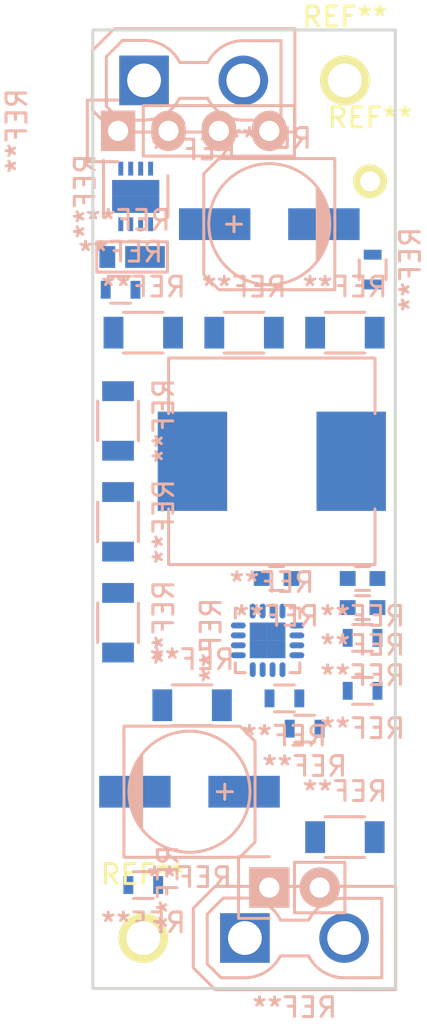
<source format=kicad_pcb>
(kicad_pcb (version 4) (host pcbnew 4.0.2-stable)

  (general
    (links 0)
    (no_connects 0)
    (area 101.524999 76.124999 116.915001 124.535001)
    (thickness 1.6)
    (drawings 204)
    (tracks 0)
    (zones 0)
    (modules 31)
    (nets 1)
  )

  (page A4)
  (layers
    (0 F.Cu signal)
    (31 B.Cu signal)
    (32 B.Adhes user)
    (33 F.Adhes user)
    (34 B.Paste user)
    (35 F.Paste user)
    (36 B.SilkS user)
    (37 F.SilkS user)
    (38 B.Mask user)
    (39 F.Mask user)
    (40 Dwgs.User user hide)
    (41 Cmts.User user)
    (42 Eco1.User user)
    (43 Eco2.User user)
    (44 Edge.Cuts user)
    (45 Margin user)
    (46 B.CrtYd user hide)
    (47 F.CrtYd user hide)
    (48 B.Fab user)
    (49 F.Fab user)
  )

  (setup
    (last_trace_width 0.25)
    (trace_clearance 0.2)
    (zone_clearance 0.508)
    (zone_45_only no)
    (trace_min 0.2)
    (segment_width 0.2)
    (edge_width 0.15)
    (via_size 0.6)
    (via_drill 0.4)
    (via_min_size 0.4)
    (via_min_drill 0.3)
    (uvia_size 0.3)
    (uvia_drill 0.1)
    (uvias_allowed no)
    (uvia_min_size 0.2)
    (uvia_min_drill 0.1)
    (pcb_text_width 0.3)
    (pcb_text_size 1.5 1.5)
    (mod_edge_width 0.15)
    (mod_text_size 1 1)
    (mod_text_width 0.15)
    (pad_size 1.7 1.7)
    (pad_drill 1)
    (pad_to_mask_clearance 0.2)
    (aux_axis_origin 101.6 76.2)
    (grid_origin 101.6 76.2)
    (visible_elements 7FFCFFFF)
    (pcbplotparams
      (layerselection 0x00030_80000001)
      (usegerberextensions false)
      (excludeedgelayer true)
      (linewidth 0.100000)
      (plotframeref false)
      (viasonmask false)
      (mode 1)
      (useauxorigin false)
      (hpglpennumber 1)
      (hpglpenspeed 20)
      (hpglpendiameter 15)
      (hpglpenoverlay 2)
      (psnegative false)
      (psa4output false)
      (plotreference true)
      (plotvalue true)
      (plotinvisibletext false)
      (padsonsilk false)
      (subtractmaskfromsilk false)
      (outputformat 1)
      (mirror false)
      (drillshape 1)
      (scaleselection 1)
      (outputdirectory ""))
  )

  (net 0 "")

  (net_class Default "This is the default net class."
    (clearance 0.2)
    (trace_width 0.25)
    (via_dia 0.6)
    (via_drill 0.4)
    (uvia_dia 0.3)
    (uvia_drill 0.1)
  )

  (module Resistors_SMD:R_0603 (layer B.Cu) (tedit 5415CC62) (tstamp 580F692F)
    (at 102.997 89.281 180)
    (descr "Resistor SMD 0603, reflow soldering, Vishay (see dcrcw.pdf)")
    (tags "resistor 0603")
    (attr smd)
    (fp_text reference REF** (at 0 1.9 180) (layer B.SilkS)
      (effects (font (size 1 1) (thickness 0.15)) (justify mirror))
    )
    (fp_text value R_0603 (at 0 -1.9 180) (layer B.Fab)
      (effects (font (size 1 1) (thickness 0.15)) (justify mirror))
    )
    (fp_line (start -1.3 0.8) (end 1.3 0.8) (layer B.CrtYd) (width 0.05))
    (fp_line (start -1.3 -0.8) (end 1.3 -0.8) (layer B.CrtYd) (width 0.05))
    (fp_line (start -1.3 0.8) (end -1.3 -0.8) (layer B.CrtYd) (width 0.05))
    (fp_line (start 1.3 0.8) (end 1.3 -0.8) (layer B.CrtYd) (width 0.05))
    (fp_line (start 0.5 -0.675) (end -0.5 -0.675) (layer B.SilkS) (width 0.15))
    (fp_line (start -0.5 0.675) (end 0.5 0.675) (layer B.SilkS) (width 0.15))
    (pad 1 smd rect (at -0.75 0 180) (size 0.5 0.9) (layers B.Cu B.Paste B.Mask))
    (pad 2 smd rect (at 0.75 0 180) (size 0.5 0.9) (layers B.Cu B.Paste B.Mask))
    (model Resistors_SMD.3dshapes/R_0603.wrl
      (at (xyz 0 0 0))
      (scale (xyz 1 1 1))
      (rotate (xyz 0 0 0))
    )
  )

  (module Resistors_SMD:R_0603 (layer B.Cu) (tedit 5415CC62) (tstamp 580F6918)
    (at 115.697 88.265 90)
    (descr "Resistor SMD 0603, reflow soldering, Vishay (see dcrcw.pdf)")
    (tags "resistor 0603")
    (attr smd)
    (fp_text reference REF** (at 0 1.9 90) (layer B.SilkS)
      (effects (font (size 1 1) (thickness 0.15)) (justify mirror))
    )
    (fp_text value R_0603 (at 0 -1.9 90) (layer B.Fab)
      (effects (font (size 1 1) (thickness 0.15)) (justify mirror))
    )
    (fp_line (start -1.3 0.8) (end 1.3 0.8) (layer B.CrtYd) (width 0.05))
    (fp_line (start -1.3 -0.8) (end 1.3 -0.8) (layer B.CrtYd) (width 0.05))
    (fp_line (start -1.3 0.8) (end -1.3 -0.8) (layer B.CrtYd) (width 0.05))
    (fp_line (start 1.3 0.8) (end 1.3 -0.8) (layer B.CrtYd) (width 0.05))
    (fp_line (start 0.5 -0.675) (end -0.5 -0.675) (layer B.SilkS) (width 0.15))
    (fp_line (start -0.5 0.675) (end 0.5 0.675) (layer B.SilkS) (width 0.15))
    (pad 1 smd rect (at -0.75 0 90) (size 0.5 0.9) (layers B.Cu B.Paste B.Mask))
    (pad 2 smd rect (at 0.75 0 90) (size 0.5 0.9) (layers B.Cu B.Paste B.Mask))
    (model Resistors_SMD.3dshapes/R_0603.wrl
      (at (xyz 0 0 0))
      (scale (xyz 1 1 1))
      (rotate (xyz 0 0 0))
    )
  )

  (module Resistors_SMD:R_0603 (layer B.Cu) (tedit 5415CC62) (tstamp 580F68F6)
    (at 104.14 119.253)
    (descr "Resistor SMD 0603, reflow soldering, Vishay (see dcrcw.pdf)")
    (tags "resistor 0603")
    (attr smd)
    (fp_text reference REF** (at 0 1.9) (layer B.SilkS)
      (effects (font (size 1 1) (thickness 0.15)) (justify mirror))
    )
    (fp_text value R_0603 (at 0 -1.9) (layer B.Fab)
      (effects (font (size 1 1) (thickness 0.15)) (justify mirror))
    )
    (fp_line (start -1.3 0.8) (end 1.3 0.8) (layer B.CrtYd) (width 0.05))
    (fp_line (start -1.3 -0.8) (end 1.3 -0.8) (layer B.CrtYd) (width 0.05))
    (fp_line (start -1.3 0.8) (end -1.3 -0.8) (layer B.CrtYd) (width 0.05))
    (fp_line (start 1.3 0.8) (end 1.3 -0.8) (layer B.CrtYd) (width 0.05))
    (fp_line (start 0.5 -0.675) (end -0.5 -0.675) (layer B.SilkS) (width 0.15))
    (fp_line (start -0.5 0.675) (end 0.5 0.675) (layer B.SilkS) (width 0.15))
    (pad 1 smd rect (at -0.75 0) (size 0.5 0.9) (layers B.Cu B.Paste B.Mask))
    (pad 2 smd rect (at 0.75 0) (size 0.5 0.9) (layers B.Cu B.Paste B.Mask))
    (model Resistors_SMD.3dshapes/R_0603.wrl
      (at (xyz 0 0 0))
      (scale (xyz 1 1 1))
      (rotate (xyz 0 0 0))
    )
  )

  (module Capacitors_SMD:C_1206 (layer B.Cu) (tedit 5415D7BD) (tstamp 580F68C7)
    (at 114.3 116.84 180)
    (descr "Capacitor SMD 1206, reflow soldering, AVX (see smccp.pdf)")
    (tags "capacitor 1206")
    (attr smd)
    (fp_text reference REF** (at 0 2.3 180) (layer B.SilkS)
      (effects (font (size 1 1) (thickness 0.15)) (justify mirror))
    )
    (fp_text value C_0805 (at 0 -2.3 180) (layer B.Fab)
      (effects (font (size 1 1) (thickness 0.15)) (justify mirror))
    )
    (fp_line (start -1.6 -0.8) (end -1.6 0.8) (layer B.Fab) (width 0.15))
    (fp_line (start 1.6 -0.8) (end -1.6 -0.8) (layer B.Fab) (width 0.15))
    (fp_line (start 1.6 0.8) (end 1.6 -0.8) (layer B.Fab) (width 0.15))
    (fp_line (start -1.6 0.8) (end 1.6 0.8) (layer B.Fab) (width 0.15))
    (fp_line (start -2.3 1.15) (end 2.3 1.15) (layer B.CrtYd) (width 0.05))
    (fp_line (start -2.3 -1.15) (end 2.3 -1.15) (layer B.CrtYd) (width 0.05))
    (fp_line (start -2.3 1.15) (end -2.3 -1.15) (layer B.CrtYd) (width 0.05))
    (fp_line (start 2.3 1.15) (end 2.3 -1.15) (layer B.CrtYd) (width 0.05))
    (fp_line (start 1 1.025) (end -1 1.025) (layer B.SilkS) (width 0.15))
    (fp_line (start -1 -1.025) (end 1 -1.025) (layer B.SilkS) (width 0.15))
    (pad 1 smd rect (at -1.5 0 180) (size 1 1.6) (layers B.Cu B.Paste B.Mask))
    (pad 2 smd rect (at 1.5 0 180) (size 1 1.6) (layers B.Cu B.Paste B.Mask))
    (model Capacitors_SMD.3dshapes/C_1206.wrl
      (at (xyz 0 0 0))
      (scale (xyz 1 1 1))
      (rotate (xyz 0 0 0))
    )
  )

  (module Resistors_SMD:R_0603 (layer B.Cu) (tedit 5415CC62) (tstamp 580F6884)
    (at 112.268 111.379)
    (descr "Resistor SMD 0603, reflow soldering, Vishay (see dcrcw.pdf)")
    (tags "resistor 0603")
    (attr smd)
    (fp_text reference REF** (at 0 1.9) (layer B.SilkS)
      (effects (font (size 1 1) (thickness 0.15)) (justify mirror))
    )
    (fp_text value R_0603 (at 0 -1.9) (layer B.Fab)
      (effects (font (size 1 1) (thickness 0.15)) (justify mirror))
    )
    (fp_line (start -1.3 0.8) (end 1.3 0.8) (layer B.CrtYd) (width 0.05))
    (fp_line (start -1.3 -0.8) (end 1.3 -0.8) (layer B.CrtYd) (width 0.05))
    (fp_line (start -1.3 0.8) (end -1.3 -0.8) (layer B.CrtYd) (width 0.05))
    (fp_line (start 1.3 0.8) (end 1.3 -0.8) (layer B.CrtYd) (width 0.05))
    (fp_line (start 0.5 -0.675) (end -0.5 -0.675) (layer B.SilkS) (width 0.15))
    (fp_line (start -0.5 0.675) (end 0.5 0.675) (layer B.SilkS) (width 0.15))
    (pad 1 smd rect (at -0.75 0) (size 0.5 0.9) (layers B.Cu B.Paste B.Mask))
    (pad 2 smd rect (at 0.75 0) (size 0.5 0.9) (layers B.Cu B.Paste B.Mask))
    (model Resistors_SMD.3dshapes/R_0603.wrl
      (at (xyz 0 0 0))
      (scale (xyz 1 1 1))
      (rotate (xyz 0 0 0))
    )
  )

  (module Resistors_SMD:R_0603 (layer B.Cu) (tedit 5415CC62) (tstamp 580F6862)
    (at 111.252 109.855)
    (descr "Resistor SMD 0603, reflow soldering, Vishay (see dcrcw.pdf)")
    (tags "resistor 0603")
    (attr smd)
    (fp_text reference REF** (at 0 1.9) (layer B.SilkS)
      (effects (font (size 1 1) (thickness 0.15)) (justify mirror))
    )
    (fp_text value R_0603 (at 0 -1.9) (layer B.Fab)
      (effects (font (size 1 1) (thickness 0.15)) (justify mirror))
    )
    (fp_line (start -1.3 0.8) (end 1.3 0.8) (layer B.CrtYd) (width 0.05))
    (fp_line (start -1.3 -0.8) (end 1.3 -0.8) (layer B.CrtYd) (width 0.05))
    (fp_line (start -1.3 0.8) (end -1.3 -0.8) (layer B.CrtYd) (width 0.05))
    (fp_line (start 1.3 0.8) (end 1.3 -0.8) (layer B.CrtYd) (width 0.05))
    (fp_line (start 0.5 -0.675) (end -0.5 -0.675) (layer B.SilkS) (width 0.15))
    (fp_line (start -0.5 0.675) (end 0.5 0.675) (layer B.SilkS) (width 0.15))
    (pad 1 smd rect (at -0.75 0) (size 0.5 0.9) (layers B.Cu B.Paste B.Mask))
    (pad 2 smd rect (at 0.75 0) (size 0.5 0.9) (layers B.Cu B.Paste B.Mask))
    (model Resistors_SMD.3dshapes/R_0603.wrl
      (at (xyz 0 0 0))
      (scale (xyz 1 1 1))
      (rotate (xyz 0 0 0))
    )
  )

  (module Resistors_SMD:R_0603 (layer B.Cu) (tedit 5415CC62) (tstamp 580F6856)
    (at 115.189 109.474)
    (descr "Resistor SMD 0603, reflow soldering, Vishay (see dcrcw.pdf)")
    (tags "resistor 0603")
    (attr smd)
    (fp_text reference REF** (at 0 1.9) (layer B.SilkS)
      (effects (font (size 1 1) (thickness 0.15)) (justify mirror))
    )
    (fp_text value R_0603 (at 0 -1.9) (layer B.Fab)
      (effects (font (size 1 1) (thickness 0.15)) (justify mirror))
    )
    (fp_line (start -1.3 0.8) (end 1.3 0.8) (layer B.CrtYd) (width 0.05))
    (fp_line (start -1.3 -0.8) (end 1.3 -0.8) (layer B.CrtYd) (width 0.05))
    (fp_line (start -1.3 0.8) (end -1.3 -0.8) (layer B.CrtYd) (width 0.05))
    (fp_line (start 1.3 0.8) (end 1.3 -0.8) (layer B.CrtYd) (width 0.05))
    (fp_line (start 0.5 -0.675) (end -0.5 -0.675) (layer B.SilkS) (width 0.15))
    (fp_line (start -0.5 0.675) (end 0.5 0.675) (layer B.SilkS) (width 0.15))
    (pad 1 smd rect (at -0.75 0) (size 0.5 0.9) (layers B.Cu B.Paste B.Mask))
    (pad 2 smd rect (at 0.75 0) (size 0.5 0.9) (layers B.Cu B.Paste B.Mask))
    (model Resistors_SMD.3dshapes/R_0603.wrl
      (at (xyz 0 0 0))
      (scale (xyz 1 1 1))
      (rotate (xyz 0 0 0))
    )
  )

  (module Capacitors_SMD:C_0603 (layer B.Cu) (tedit 5415D631) (tstamp 580F5FB0)
    (at 115.189 105.283)
    (descr "Capacitor SMD 0603, reflow soldering, AVX (see smccp.pdf)")
    (tags "capacitor 0603")
    (attr smd)
    (fp_text reference REF** (at 0 1.9) (layer B.SilkS)
      (effects (font (size 1 1) (thickness 0.15)) (justify mirror))
    )
    (fp_text value C_0603 (at 0 -1.9) (layer B.Fab)
      (effects (font (size 1 1) (thickness 0.15)) (justify mirror))
    )
    (fp_line (start -0.8 -0.4) (end -0.8 0.4) (layer B.Fab) (width 0.15))
    (fp_line (start 0.8 -0.4) (end -0.8 -0.4) (layer B.Fab) (width 0.15))
    (fp_line (start 0.8 0.4) (end 0.8 -0.4) (layer B.Fab) (width 0.15))
    (fp_line (start -0.8 0.4) (end 0.8 0.4) (layer B.Fab) (width 0.15))
    (fp_line (start -1.45 0.75) (end 1.45 0.75) (layer B.CrtYd) (width 0.05))
    (fp_line (start -1.45 -0.75) (end 1.45 -0.75) (layer B.CrtYd) (width 0.05))
    (fp_line (start -1.45 0.75) (end -1.45 -0.75) (layer B.CrtYd) (width 0.05))
    (fp_line (start 1.45 0.75) (end 1.45 -0.75) (layer B.CrtYd) (width 0.05))
    (fp_line (start -0.35 0.6) (end 0.35 0.6) (layer B.SilkS) (width 0.15))
    (fp_line (start 0.35 -0.6) (end -0.35 -0.6) (layer B.SilkS) (width 0.15))
    (pad 1 smd rect (at -0.75 0) (size 0.8 0.75) (layers B.Cu B.Paste B.Mask))
    (pad 2 smd rect (at 0.75 0) (size 0.8 0.75) (layers B.Cu B.Paste B.Mask))
    (model Capacitors_SMD.3dshapes/C_0603.wrl
      (at (xyz 0 0 0))
      (scale (xyz 1 1 1))
      (rotate (xyz 0 0 0))
    )
  )

  (module Capacitors_SMD:C_0603 (layer B.Cu) (tedit 5415D631) (tstamp 580F5F92)
    (at 115.189 103.819)
    (descr "Capacitor SMD 0603, reflow soldering, AVX (see smccp.pdf)")
    (tags "capacitor 0603")
    (attr smd)
    (fp_text reference REF** (at 0 1.9) (layer B.SilkS)
      (effects (font (size 1 1) (thickness 0.15)) (justify mirror))
    )
    (fp_text value C_0603 (at 0 -1.9) (layer B.Fab)
      (effects (font (size 1 1) (thickness 0.15)) (justify mirror))
    )
    (fp_line (start -0.8 -0.4) (end -0.8 0.4) (layer B.Fab) (width 0.15))
    (fp_line (start 0.8 -0.4) (end -0.8 -0.4) (layer B.Fab) (width 0.15))
    (fp_line (start 0.8 0.4) (end 0.8 -0.4) (layer B.Fab) (width 0.15))
    (fp_line (start -0.8 0.4) (end 0.8 0.4) (layer B.Fab) (width 0.15))
    (fp_line (start -1.45 0.75) (end 1.45 0.75) (layer B.CrtYd) (width 0.05))
    (fp_line (start -1.45 -0.75) (end 1.45 -0.75) (layer B.CrtYd) (width 0.05))
    (fp_line (start -1.45 0.75) (end -1.45 -0.75) (layer B.CrtYd) (width 0.05))
    (fp_line (start 1.45 0.75) (end 1.45 -0.75) (layer B.CrtYd) (width 0.05))
    (fp_line (start -0.35 0.6) (end 0.35 0.6) (layer B.SilkS) (width 0.15))
    (fp_line (start 0.35 -0.6) (end -0.35 -0.6) (layer B.SilkS) (width 0.15))
    (pad 1 smd rect (at -0.75 0) (size 0.8 0.75) (layers B.Cu B.Paste B.Mask))
    (pad 2 smd rect (at 0.75 0) (size 0.8 0.75) (layers B.Cu B.Paste B.Mask))
    (model Capacitors_SMD.3dshapes/C_0603.wrl
      (at (xyz 0 0 0))
      (scale (xyz 1 1 1))
      (rotate (xyz 0 0 0))
    )
  )

  (module Capacitors_SMD:C_1206 (layer B.Cu) (tedit 5415D7BD) (tstamp 580F5078)
    (at 106.6 110.2 180)
    (descr "Capacitor SMD 1206, reflow soldering, AVX (see smccp.pdf)")
    (tags "capacitor 1206")
    (attr smd)
    (fp_text reference REF** (at 0 2.3 180) (layer B.SilkS)
      (effects (font (size 1 1) (thickness 0.15)) (justify mirror))
    )
    (fp_text value C_0805 (at 0 -2.3 180) (layer B.Fab)
      (effects (font (size 1 1) (thickness 0.15)) (justify mirror))
    )
    (fp_line (start -1.6 -0.8) (end -1.6 0.8) (layer B.Fab) (width 0.15))
    (fp_line (start 1.6 -0.8) (end -1.6 -0.8) (layer B.Fab) (width 0.15))
    (fp_line (start 1.6 0.8) (end 1.6 -0.8) (layer B.Fab) (width 0.15))
    (fp_line (start -1.6 0.8) (end 1.6 0.8) (layer B.Fab) (width 0.15))
    (fp_line (start -2.3 1.15) (end 2.3 1.15) (layer B.CrtYd) (width 0.05))
    (fp_line (start -2.3 -1.15) (end 2.3 -1.15) (layer B.CrtYd) (width 0.05))
    (fp_line (start -2.3 1.15) (end -2.3 -1.15) (layer B.CrtYd) (width 0.05))
    (fp_line (start 2.3 1.15) (end 2.3 -1.15) (layer B.CrtYd) (width 0.05))
    (fp_line (start 1 1.025) (end -1 1.025) (layer B.SilkS) (width 0.15))
    (fp_line (start -1 -1.025) (end 1 -1.025) (layer B.SilkS) (width 0.15))
    (pad 1 smd rect (at -1.5 0 180) (size 1 1.6) (layers B.Cu B.Paste B.Mask))
    (pad 2 smd rect (at 1.5 0 180) (size 1 1.6) (layers B.Cu B.Paste B.Mask))
    (model Capacitors_SMD.3dshapes/C_1206.wrl
      (at (xyz 0 0 0))
      (scale (xyz 1 1 1))
      (rotate (xyz 0 0 0))
    )
  )

  (module Capacitors_SMD:C_1206 (layer B.Cu) (tedit 5415D7BD) (tstamp 580F3A26)
    (at 114.3 91.44 180)
    (descr "Capacitor SMD 1206, reflow soldering, AVX (see smccp.pdf)")
    (tags "capacitor 1206")
    (attr smd)
    (fp_text reference REF** (at 0 2.3 180) (layer B.SilkS)
      (effects (font (size 1 1) (thickness 0.15)) (justify mirror))
    )
    (fp_text value C_1206 (at 0 -2.3 180) (layer B.Fab)
      (effects (font (size 1 1) (thickness 0.15)) (justify mirror))
    )
    (fp_line (start -1.6 -0.8) (end -1.6 0.8) (layer B.Fab) (width 0.15))
    (fp_line (start 1.6 -0.8) (end -1.6 -0.8) (layer B.Fab) (width 0.15))
    (fp_line (start 1.6 0.8) (end 1.6 -0.8) (layer B.Fab) (width 0.15))
    (fp_line (start -1.6 0.8) (end 1.6 0.8) (layer B.Fab) (width 0.15))
    (fp_line (start -2.3 1.15) (end 2.3 1.15) (layer B.CrtYd) (width 0.05))
    (fp_line (start -2.3 -1.15) (end 2.3 -1.15) (layer B.CrtYd) (width 0.05))
    (fp_line (start -2.3 1.15) (end -2.3 -1.15) (layer B.CrtYd) (width 0.05))
    (fp_line (start 2.3 1.15) (end 2.3 -1.15) (layer B.CrtYd) (width 0.05))
    (fp_line (start 1 1.025) (end -1 1.025) (layer B.SilkS) (width 0.15))
    (fp_line (start -1 -1.025) (end 1 -1.025) (layer B.SilkS) (width 0.15))
    (pad 1 smd rect (at -1.5 0 180) (size 1 1.6) (layers B.Cu B.Paste B.Mask))
    (pad 2 smd rect (at 1.5 0 180) (size 1 1.6) (layers B.Cu B.Paste B.Mask))
    (model Capacitors_SMD.3dshapes/C_1206.wrl
      (at (xyz 0 0 0))
      (scale (xyz 1 1 1))
      (rotate (xyz 0 0 0))
    )
  )

  (module Capacitors_SMD:C_1206 (layer B.Cu) (tedit 5415D7BD) (tstamp 580F3A17)
    (at 109.22 91.44 180)
    (descr "Capacitor SMD 1206, reflow soldering, AVX (see smccp.pdf)")
    (tags "capacitor 1206")
    (attr smd)
    (fp_text reference REF** (at 0 2.3 180) (layer B.SilkS)
      (effects (font (size 1 1) (thickness 0.15)) (justify mirror))
    )
    (fp_text value C_1206 (at 0 -2.3 180) (layer B.Fab)
      (effects (font (size 1 1) (thickness 0.15)) (justify mirror))
    )
    (fp_line (start -1.6 -0.8) (end -1.6 0.8) (layer B.Fab) (width 0.15))
    (fp_line (start 1.6 -0.8) (end -1.6 -0.8) (layer B.Fab) (width 0.15))
    (fp_line (start 1.6 0.8) (end 1.6 -0.8) (layer B.Fab) (width 0.15))
    (fp_line (start -1.6 0.8) (end 1.6 0.8) (layer B.Fab) (width 0.15))
    (fp_line (start -2.3 1.15) (end 2.3 1.15) (layer B.CrtYd) (width 0.05))
    (fp_line (start -2.3 -1.15) (end 2.3 -1.15) (layer B.CrtYd) (width 0.05))
    (fp_line (start -2.3 1.15) (end -2.3 -1.15) (layer B.CrtYd) (width 0.05))
    (fp_line (start 2.3 1.15) (end 2.3 -1.15) (layer B.CrtYd) (width 0.05))
    (fp_line (start 1 1.025) (end -1 1.025) (layer B.SilkS) (width 0.15))
    (fp_line (start -1 -1.025) (end 1 -1.025) (layer B.SilkS) (width 0.15))
    (pad 1 smd rect (at -1.5 0 180) (size 1 1.6) (layers B.Cu B.Paste B.Mask))
    (pad 2 smd rect (at 1.5 0 180) (size 1 1.6) (layers B.Cu B.Paste B.Mask))
    (model Capacitors_SMD.3dshapes/C_1206.wrl
      (at (xyz 0 0 0))
      (scale (xyz 1 1 1))
      (rotate (xyz 0 0 0))
    )
  )

  (module Mounting_Holes:MountingHole_2.2mm_M2_Pad (layer F.Cu) (tedit 580DEB32) (tstamp 580EE8F6)
    (at 115.57 83.82)
    (descr "Mounting Hole 2.2mm, M2")
    (tags "mounting hole 2.2mm m2")
    (fp_text reference REF** (at 0 -3.2) (layer F.SilkS)
      (effects (font (size 1 1) (thickness 0.15)))
    )
    (fp_text value Pad (at 0 3.2) (layer F.Fab)
      (effects (font (size 1 1) (thickness 0.15)))
    )
    (pad 1 thru_hole circle (at 0 0) (size 1.7 1.7) (drill 1) (layers *.Cu *.Mask F.SilkS))
  )

  (module Mounting_Holes:MountingHole_2.2mm_M2_Pad (layer F.Cu) (tedit 580DEB06) (tstamp 580EE8E3)
    (at 104.14 121.92)
    (descr "Mounting Hole 2.2mm, M2")
    (tags "mounting hole 2.2mm m2")
    (fp_text reference REF** (at 0 -3.2) (layer F.SilkS)
      (effects (font (size 1 1) (thickness 0.15)))
    )
    (fp_text value MountingHole_1.7mm_M1.5_Pad (at 0 3.2) (layer F.Fab)
      (effects (font (size 1 1) (thickness 0.15)))
    )
    (pad 1 thru_hole circle (at 0 0) (size 2.5 2.5) (drill 1.7) (layers *.Cu *.Mask F.SilkS))
  )

  (module Mounting_Holes:MountingHole_2.2mm_M2_Pad (layer F.Cu) (tedit 580DEAF6) (tstamp 580EE5D4)
    (at 114.3 78.74)
    (descr "Mounting Hole 2.2mm, M2")
    (tags "mounting hole 2.2mm m2")
    (fp_text reference REF** (at 0 -3.2) (layer F.SilkS)
      (effects (font (size 1 1) (thickness 0.15)))
    )
    (fp_text value MountingHole_1.7mm_M1.5_Pad (at 0 3.2) (layer F.Fab)
      (effects (font (size 1 1) (thickness 0.15)))
    )
    (pad 1 thru_hole circle (at 0 0) (size 2.5 2.5) (drill 1.7) (layers *.Cu *.Mask F.SilkS))
  )

  (module Capacitors_SMD:c_elec_6.3x7.7 (layer B.Cu) (tedit 556FDD06) (tstamp 580EF299)
    (at 110.49 85.979 180)
    (descr "SMT capacitor, aluminium electrolytic, 6.3x7.7")
    (attr smd)
    (fp_text reference REF** (at 0 4.318 180) (layer B.SilkS)
      (effects (font (size 1 1) (thickness 0.15)) (justify mirror))
    )
    (fp_text value c_elec_6.3x5.8 (at 0 -4.318 180) (layer B.Fab)
      (effects (font (size 1 1) (thickness 0.15)) (justify mirror))
    )
    (fp_line (start -4.85 3.55) (end 4.85 3.55) (layer B.CrtYd) (width 0.05))
    (fp_line (start 4.85 3.55) (end 4.85 -3.55) (layer B.CrtYd) (width 0.05))
    (fp_line (start 4.85 -3.55) (end -4.85 -3.55) (layer B.CrtYd) (width 0.05))
    (fp_line (start -4.85 -3.55) (end -4.85 3.55) (layer B.CrtYd) (width 0.05))
    (fp_line (start -2.921 0.762) (end -2.921 -0.762) (layer B.SilkS) (width 0.15))
    (fp_line (start -2.794 -1.143) (end -2.794 1.143) (layer B.SilkS) (width 0.15))
    (fp_line (start -2.667 1.397) (end -2.667 -1.397) (layer B.SilkS) (width 0.15))
    (fp_line (start -2.54 -1.651) (end -2.54 1.651) (layer B.SilkS) (width 0.15))
    (fp_line (start -2.413 1.778) (end -2.413 -1.778) (layer B.SilkS) (width 0.15))
    (fp_line (start -3.302 3.302) (end -3.302 -3.302) (layer B.SilkS) (width 0.15))
    (fp_line (start -3.302 -3.302) (end 2.54 -3.302) (layer B.SilkS) (width 0.15))
    (fp_line (start 2.54 -3.302) (end 3.302 -2.54) (layer B.SilkS) (width 0.15))
    (fp_line (start 3.302 -2.54) (end 3.302 2.54) (layer B.SilkS) (width 0.15))
    (fp_line (start 3.302 2.54) (end 2.54 3.302) (layer B.SilkS) (width 0.15))
    (fp_line (start 2.54 3.302) (end -3.302 3.302) (layer B.SilkS) (width 0.15))
    (fp_line (start 2.159 0) (end 1.397 0) (layer B.SilkS) (width 0.15))
    (fp_line (start 1.778 0.381) (end 1.778 -0.381) (layer B.SilkS) (width 0.15))
    (fp_circle (center 0 0) (end -3.048 0) (layer B.SilkS) (width 0.15))
    (pad 1 smd rect (at 2.75082 0 180) (size 3.59918 1.6002) (layers B.Cu B.Paste B.Mask))
    (pad 2 smd rect (at -2.75082 0 180) (size 3.59918 1.6002) (layers B.Cu B.Paste B.Mask))
    (model Capacitors_SMD.3dshapes/c_elec_6.3x7.7.wrl
      (at (xyz 0 0 0))
      (scale (xyz 1 1 1))
      (rotate (xyz 0 0 0))
    )
  )

  (module Capacitors_SMD:c_elec_6.3x7.7 (layer B.Cu) (tedit 556FDD06) (tstamp 580EF345)
    (at 106.46918 114.554)
    (descr "SMT capacitor, aluminium electrolytic, 6.3x7.7")
    (attr smd)
    (fp_text reference REF** (at 0 4.318) (layer B.SilkS)
      (effects (font (size 1 1) (thickness 0.15)) (justify mirror))
    )
    (fp_text value c_elec_6.3x5.8 (at 0 -4.318) (layer B.Fab)
      (effects (font (size 1 1) (thickness 0.15)) (justify mirror))
    )
    (fp_line (start -4.85 3.55) (end 4.85 3.55) (layer B.CrtYd) (width 0.05))
    (fp_line (start 4.85 3.55) (end 4.85 -3.55) (layer B.CrtYd) (width 0.05))
    (fp_line (start 4.85 -3.55) (end -4.85 -3.55) (layer B.CrtYd) (width 0.05))
    (fp_line (start -4.85 -3.55) (end -4.85 3.55) (layer B.CrtYd) (width 0.05))
    (fp_line (start -2.921 0.762) (end -2.921 -0.762) (layer B.SilkS) (width 0.15))
    (fp_line (start -2.794 -1.143) (end -2.794 1.143) (layer B.SilkS) (width 0.15))
    (fp_line (start -2.667 1.397) (end -2.667 -1.397) (layer B.SilkS) (width 0.15))
    (fp_line (start -2.54 -1.651) (end -2.54 1.651) (layer B.SilkS) (width 0.15))
    (fp_line (start -2.413 1.778) (end -2.413 -1.778) (layer B.SilkS) (width 0.15))
    (fp_line (start -3.302 3.302) (end -3.302 -3.302) (layer B.SilkS) (width 0.15))
    (fp_line (start -3.302 -3.302) (end 2.54 -3.302) (layer B.SilkS) (width 0.15))
    (fp_line (start 2.54 -3.302) (end 3.302 -2.54) (layer B.SilkS) (width 0.15))
    (fp_line (start 3.302 -2.54) (end 3.302 2.54) (layer B.SilkS) (width 0.15))
    (fp_line (start 3.302 2.54) (end 2.54 3.302) (layer B.SilkS) (width 0.15))
    (fp_line (start 2.54 3.302) (end -3.302 3.302) (layer B.SilkS) (width 0.15))
    (fp_line (start 2.159 0) (end 1.397 0) (layer B.SilkS) (width 0.15))
    (fp_line (start 1.778 0.381) (end 1.778 -0.381) (layer B.SilkS) (width 0.15))
    (fp_circle (center 0 0) (end -3.048 0) (layer B.SilkS) (width 0.15))
    (pad 1 smd rect (at 2.75082 0) (size 3.59918 1.6002) (layers B.Cu B.Paste B.Mask))
    (pad 2 smd rect (at -2.75082 0) (size 3.59918 1.6002) (layers B.Cu B.Paste B.Mask))
    (model Capacitors_SMD.3dshapes/c_elec_6.3x7.7.wrl
      (at (xyz 0 0 0))
      (scale (xyz 1 1 1))
      (rotate (xyz 0 0 0))
    )
  )

  (module Housings_DFN_QFN:QFN-16-1EP_3x3mm_Pitch0.5mm (layer B.Cu) (tedit 54130A77) (tstamp 580F11A0)
    (at 110.404 106.934 270)
    (descr "16-Lead Plastic Quad Flat, No Lead Package (NG) - 3x3x0.9 mm Body [QFN]; (see Microchip Packaging Specification 00000049BS.pdf)")
    (tags "QFN 0.5")
    (attr smd)
    (fp_text reference REF** (at 0 2.85 270) (layer B.SilkS)
      (effects (font (size 1 1) (thickness 0.15)) (justify mirror))
    )
    (fp_text value QFN-16-1EP_4x4mm_Pitch0.65mm (at 0 -2.85 270) (layer B.Fab)
      (effects (font (size 1 1) (thickness 0.15)) (justify mirror))
    )
    (fp_line (start -0.5 1.5) (end 1.5 1.5) (layer B.Fab) (width 0.15))
    (fp_line (start 1.5 1.5) (end 1.5 -1.5) (layer B.Fab) (width 0.15))
    (fp_line (start 1.5 -1.5) (end -1.5 -1.5) (layer B.Fab) (width 0.15))
    (fp_line (start -1.5 -1.5) (end -1.5 0.5) (layer B.Fab) (width 0.15))
    (fp_line (start -1.5 0.5) (end -0.5 1.5) (layer B.Fab) (width 0.15))
    (fp_line (start -2.1 2.1) (end -2.1 -2.1) (layer B.CrtYd) (width 0.05))
    (fp_line (start 2.1 2.1) (end 2.1 -2.1) (layer B.CrtYd) (width 0.05))
    (fp_line (start -2.1 2.1) (end 2.1 2.1) (layer B.CrtYd) (width 0.05))
    (fp_line (start -2.1 -2.1) (end 2.1 -2.1) (layer B.CrtYd) (width 0.05))
    (fp_line (start 1.625 1.625) (end 1.625 1.125) (layer B.SilkS) (width 0.15))
    (fp_line (start -1.625 -1.625) (end -1.625 -1.125) (layer B.SilkS) (width 0.15))
    (fp_line (start 1.625 -1.625) (end 1.625 -1.125) (layer B.SilkS) (width 0.15))
    (fp_line (start -1.625 1.625) (end -1.125 1.625) (layer B.SilkS) (width 0.15))
    (fp_line (start -1.625 -1.625) (end -1.125 -1.625) (layer B.SilkS) (width 0.15))
    (fp_line (start 1.625 -1.625) (end 1.125 -1.625) (layer B.SilkS) (width 0.15))
    (fp_line (start 1.625 1.625) (end 1.125 1.625) (layer B.SilkS) (width 0.15))
    (pad 1 smd oval (at -1.475 0.75 270) (size 0.75 0.3) (layers B.Cu B.Paste B.Mask))
    (pad 2 smd oval (at -1.475 0.25 270) (size 0.75 0.3) (layers B.Cu B.Paste B.Mask))
    (pad 3 smd oval (at -1.475 -0.25 270) (size 0.75 0.3) (layers B.Cu B.Paste B.Mask))
    (pad 4 smd oval (at -1.475 -0.75 270) (size 0.75 0.3) (layers B.Cu B.Paste B.Mask))
    (pad 5 smd oval (at -0.75 -1.475 180) (size 0.75 0.3) (layers B.Cu B.Paste B.Mask))
    (pad 6 smd oval (at -0.25 -1.475 180) (size 0.75 0.3) (layers B.Cu B.Paste B.Mask))
    (pad 7 smd oval (at 0.25 -1.475 180) (size 0.75 0.3) (layers B.Cu B.Paste B.Mask))
    (pad 8 smd oval (at 0.75 -1.475 180) (size 0.75 0.3) (layers B.Cu B.Paste B.Mask))
    (pad 9 smd oval (at 1.475 -0.75 270) (size 0.75 0.3) (layers B.Cu B.Paste B.Mask))
    (pad 10 smd oval (at 1.475 -0.25 270) (size 0.75 0.3) (layers B.Cu B.Paste B.Mask))
    (pad 11 smd oval (at 1.475 0.25 270) (size 0.75 0.3) (layers B.Cu B.Paste B.Mask))
    (pad 12 smd oval (at 1.475 0.75 270) (size 0.75 0.3) (layers B.Cu B.Paste B.Mask))
    (pad 13 smd oval (at 0.75 1.475 180) (size 0.75 0.3) (layers B.Cu B.Paste B.Mask))
    (pad 14 smd oval (at 0.25 1.475 180) (size 0.75 0.3) (layers B.Cu B.Paste B.Mask))
    (pad 15 smd oval (at -0.25 1.475 180) (size 0.75 0.3) (layers B.Cu B.Paste B.Mask))
    (pad 16 smd oval (at -0.75 1.475 180) (size 0.75 0.3) (layers B.Cu B.Paste B.Mask))
    (pad 17 smd rect (at 0.45 -0.45 270) (size 0.9 0.9) (layers B.Cu B.Paste B.Mask)
      (solder_paste_margin_ratio -0.2))
    (pad 17 smd rect (at 0.45 0.45 270) (size 0.9 0.9) (layers B.Cu B.Paste B.Mask)
      (solder_paste_margin_ratio -0.2))
    (pad 17 smd rect (at -0.45 -0.45 270) (size 0.9 0.9) (layers B.Cu B.Paste B.Mask)
      (solder_paste_margin_ratio -0.2))
    (pad 17 smd rect (at -0.45 0.45 270) (size 0.9 0.9) (layers B.Cu B.Paste B.Mask)
      (solder_paste_margin_ratio -0.2))
    (model Housings_DFN_QFN.3dshapes/QFN-16-1EP_3x3mm_Pitch0.5mm.wrl
      (at (xyz 0 0 0))
      (scale (xyz 1 1 1))
      (rotate (xyz 0 0 0))
    )
  )

  (module Capacitors_SMD:C_0603 (layer B.Cu) (tedit 5415D631) (tstamp 580F321C)
    (at 110.859 103.819)
    (descr "Capacitor SMD 0603, reflow soldering, AVX (see smccp.pdf)")
    (tags "capacitor 0603")
    (attr smd)
    (fp_text reference REF** (at 0 1.9) (layer B.SilkS)
      (effects (font (size 1 1) (thickness 0.15)) (justify mirror))
    )
    (fp_text value C_0603 (at 0 -1.9) (layer B.Fab)
      (effects (font (size 1 1) (thickness 0.15)) (justify mirror))
    )
    (fp_line (start -0.8 -0.4) (end -0.8 0.4) (layer B.Fab) (width 0.15))
    (fp_line (start 0.8 -0.4) (end -0.8 -0.4) (layer B.Fab) (width 0.15))
    (fp_line (start 0.8 0.4) (end 0.8 -0.4) (layer B.Fab) (width 0.15))
    (fp_line (start -0.8 0.4) (end 0.8 0.4) (layer B.Fab) (width 0.15))
    (fp_line (start -1.45 0.75) (end 1.45 0.75) (layer B.CrtYd) (width 0.05))
    (fp_line (start -1.45 -0.75) (end 1.45 -0.75) (layer B.CrtYd) (width 0.05))
    (fp_line (start -1.45 0.75) (end -1.45 -0.75) (layer B.CrtYd) (width 0.05))
    (fp_line (start 1.45 0.75) (end 1.45 -0.75) (layer B.CrtYd) (width 0.05))
    (fp_line (start -0.35 0.6) (end 0.35 0.6) (layer B.SilkS) (width 0.15))
    (fp_line (start 0.35 -0.6) (end -0.35 -0.6) (layer B.SilkS) (width 0.15))
    (pad 1 smd rect (at -0.75 0) (size 0.8 0.75) (layers B.Cu B.Paste B.Mask))
    (pad 2 smd rect (at 0.75 0) (size 0.8 0.75) (layers B.Cu B.Paste B.Mask))
    (model Capacitors_SMD.3dshapes/C_0603.wrl
      (at (xyz 0 0 0))
      (scale (xyz 1 1 1))
      (rotate (xyz 0 0 0))
    )
  )

  (module Capacitors_SMD:C_1206 (layer B.Cu) (tedit 5415D7BD) (tstamp 580F39F2)
    (at 104.14 91.44 180)
    (descr "Capacitor SMD 1206, reflow soldering, AVX (see smccp.pdf)")
    (tags "capacitor 1206")
    (attr smd)
    (fp_text reference REF** (at 0 2.3 180) (layer B.SilkS)
      (effects (font (size 1 1) (thickness 0.15)) (justify mirror))
    )
    (fp_text value C_1206 (at 0 -2.3 180) (layer B.Fab)
      (effects (font (size 1 1) (thickness 0.15)) (justify mirror))
    )
    (fp_line (start -1.6 -0.8) (end -1.6 0.8) (layer B.Fab) (width 0.15))
    (fp_line (start 1.6 -0.8) (end -1.6 -0.8) (layer B.Fab) (width 0.15))
    (fp_line (start 1.6 0.8) (end 1.6 -0.8) (layer B.Fab) (width 0.15))
    (fp_line (start -1.6 0.8) (end 1.6 0.8) (layer B.Fab) (width 0.15))
    (fp_line (start -2.3 1.15) (end 2.3 1.15) (layer B.CrtYd) (width 0.05))
    (fp_line (start -2.3 -1.15) (end 2.3 -1.15) (layer B.CrtYd) (width 0.05))
    (fp_line (start -2.3 1.15) (end -2.3 -1.15) (layer B.CrtYd) (width 0.05))
    (fp_line (start 2.3 1.15) (end 2.3 -1.15) (layer B.CrtYd) (width 0.05))
    (fp_line (start 1 1.025) (end -1 1.025) (layer B.SilkS) (width 0.15))
    (fp_line (start -1 -1.025) (end 1 -1.025) (layer B.SilkS) (width 0.15))
    (pad 1 smd rect (at -1.5 0 180) (size 1 1.6) (layers B.Cu B.Paste B.Mask))
    (pad 2 smd rect (at 1.5 0 180) (size 1 1.6) (layers B.Cu B.Paste B.Mask))
    (model Capacitors_SMD.3dshapes/C_1206.wrl
      (at (xyz 0 0 0))
      (scale (xyz 1 1 1))
      (rotate (xyz 0 0 0))
    )
  )

  (module Capacitors_SMD:C_1206 (layer B.Cu) (tedit 5415D7BD) (tstamp 580F3605)
    (at 102.87 95.885 90)
    (descr "Capacitor SMD 1206, reflow soldering, AVX (see smccp.pdf)")
    (tags "capacitor 1206")
    (attr smd)
    (fp_text reference REF** (at 0 2.3 90) (layer B.SilkS)
      (effects (font (size 1 1) (thickness 0.15)) (justify mirror))
    )
    (fp_text value C_0805 (at 0 -2.3 90) (layer B.Fab)
      (effects (font (size 1 1) (thickness 0.15)) (justify mirror))
    )
    (fp_line (start -1.6 -0.8) (end -1.6 0.8) (layer B.Fab) (width 0.15))
    (fp_line (start 1.6 -0.8) (end -1.6 -0.8) (layer B.Fab) (width 0.15))
    (fp_line (start 1.6 0.8) (end 1.6 -0.8) (layer B.Fab) (width 0.15))
    (fp_line (start -1.6 0.8) (end 1.6 0.8) (layer B.Fab) (width 0.15))
    (fp_line (start -2.3 1.15) (end 2.3 1.15) (layer B.CrtYd) (width 0.05))
    (fp_line (start -2.3 -1.15) (end 2.3 -1.15) (layer B.CrtYd) (width 0.05))
    (fp_line (start -2.3 1.15) (end -2.3 -1.15) (layer B.CrtYd) (width 0.05))
    (fp_line (start 2.3 1.15) (end 2.3 -1.15) (layer B.CrtYd) (width 0.05))
    (fp_line (start 1 1.025) (end -1 1.025) (layer B.SilkS) (width 0.15))
    (fp_line (start -1 -1.025) (end 1 -1.025) (layer B.SilkS) (width 0.15))
    (pad 1 smd rect (at -1.5 0 90) (size 1 1.6) (layers B.Cu B.Paste B.Mask))
    (pad 2 smd rect (at 1.5 0 90) (size 1 1.6) (layers B.Cu B.Paste B.Mask))
    (model Capacitors_SMD.3dshapes/C_1206.wrl
      (at (xyz 0 0 0))
      (scale (xyz 1 1 1))
      (rotate (xyz 0 0 0))
    )
  )

  (module Capacitors_SMD:C_1206 (layer B.Cu) (tedit 5415D7BD) (tstamp 580F35F6)
    (at 102.87 100.965 90)
    (descr "Capacitor SMD 1206, reflow soldering, AVX (see smccp.pdf)")
    (tags "capacitor 1206")
    (attr smd)
    (fp_text reference REF** (at 0 2.3 90) (layer B.SilkS)
      (effects (font (size 1 1) (thickness 0.15)) (justify mirror))
    )
    (fp_text value C_0805 (at 0 -2.3 90) (layer B.Fab)
      (effects (font (size 1 1) (thickness 0.15)) (justify mirror))
    )
    (fp_line (start -1.6 -0.8) (end -1.6 0.8) (layer B.Fab) (width 0.15))
    (fp_line (start 1.6 -0.8) (end -1.6 -0.8) (layer B.Fab) (width 0.15))
    (fp_line (start 1.6 0.8) (end 1.6 -0.8) (layer B.Fab) (width 0.15))
    (fp_line (start -1.6 0.8) (end 1.6 0.8) (layer B.Fab) (width 0.15))
    (fp_line (start -2.3 1.15) (end 2.3 1.15) (layer B.CrtYd) (width 0.05))
    (fp_line (start -2.3 -1.15) (end 2.3 -1.15) (layer B.CrtYd) (width 0.05))
    (fp_line (start -2.3 1.15) (end -2.3 -1.15) (layer B.CrtYd) (width 0.05))
    (fp_line (start 2.3 1.15) (end 2.3 -1.15) (layer B.CrtYd) (width 0.05))
    (fp_line (start 1 1.025) (end -1 1.025) (layer B.SilkS) (width 0.15))
    (fp_line (start -1 -1.025) (end 1 -1.025) (layer B.SilkS) (width 0.15))
    (pad 1 smd rect (at -1.5 0 90) (size 1 1.6) (layers B.Cu B.Paste B.Mask))
    (pad 2 smd rect (at 1.5 0 90) (size 1 1.6) (layers B.Cu B.Paste B.Mask))
    (model Capacitors_SMD.3dshapes/C_1206.wrl
      (at (xyz 0 0 0))
      (scale (xyz 1 1 1))
      (rotate (xyz 0 0 0))
    )
  )

  (module Capacitors_SMD:C_1206 (layer B.Cu) (tedit 5415D7BD) (tstamp 580F35B8)
    (at 102.87 106.045 90)
    (descr "Capacitor SMD 1206, reflow soldering, AVX (see smccp.pdf)")
    (tags "capacitor 1206")
    (attr smd)
    (fp_text reference REF** (at 0 2.3 90) (layer B.SilkS)
      (effects (font (size 1 1) (thickness 0.15)) (justify mirror))
    )
    (fp_text value C_0805 (at 0 -2.3 90) (layer B.Fab)
      (effects (font (size 1 1) (thickness 0.15)) (justify mirror))
    )
    (fp_line (start -1.6 -0.8) (end -1.6 0.8) (layer B.Fab) (width 0.15))
    (fp_line (start 1.6 -0.8) (end -1.6 -0.8) (layer B.Fab) (width 0.15))
    (fp_line (start 1.6 0.8) (end 1.6 -0.8) (layer B.Fab) (width 0.15))
    (fp_line (start -1.6 0.8) (end 1.6 0.8) (layer B.Fab) (width 0.15))
    (fp_line (start -2.3 1.15) (end 2.3 1.15) (layer B.CrtYd) (width 0.05))
    (fp_line (start -2.3 -1.15) (end 2.3 -1.15) (layer B.CrtYd) (width 0.05))
    (fp_line (start -2.3 1.15) (end -2.3 -1.15) (layer B.CrtYd) (width 0.05))
    (fp_line (start 2.3 1.15) (end 2.3 -1.15) (layer B.CrtYd) (width 0.05))
    (fp_line (start 1 1.025) (end -1 1.025) (layer B.SilkS) (width 0.15))
    (fp_line (start -1 -1.025) (end 1 -1.025) (layer B.SilkS) (width 0.15))
    (pad 1 smd rect (at -1.5 0 90) (size 1 1.6) (layers B.Cu B.Paste B.Mask))
    (pad 2 smd rect (at 1.5 0 90) (size 1 1.6) (layers B.Cu B.Paste B.Mask))
    (model Capacitors_SMD.3dshapes/C_1206.wrl
      (at (xyz 0 0 0))
      (scale (xyz 1 1 1))
      (rotate (xyz 0 0 0))
    )
  )

  (module Resistors_SMD:R_0603 (layer B.Cu) (tedit 5415CC62) (tstamp 580F6847)
    (at 115.189 106.807)
    (descr "Resistor SMD 0603, reflow soldering, Vishay (see dcrcw.pdf)")
    (tags "resistor 0603")
    (attr smd)
    (fp_text reference REF** (at 0 1.9) (layer B.SilkS)
      (effects (font (size 1 1) (thickness 0.15)) (justify mirror))
    )
    (fp_text value R_0603 (at 0 -1.9) (layer B.Fab)
      (effects (font (size 1 1) (thickness 0.15)) (justify mirror))
    )
    (fp_line (start -1.3 0.8) (end 1.3 0.8) (layer B.CrtYd) (width 0.05))
    (fp_line (start -1.3 -0.8) (end 1.3 -0.8) (layer B.CrtYd) (width 0.05))
    (fp_line (start -1.3 0.8) (end -1.3 -0.8) (layer B.CrtYd) (width 0.05))
    (fp_line (start 1.3 0.8) (end 1.3 -0.8) (layer B.CrtYd) (width 0.05))
    (fp_line (start 0.5 -0.675) (end -0.5 -0.675) (layer B.SilkS) (width 0.15))
    (fp_line (start -0.5 0.675) (end 0.5 0.675) (layer B.SilkS) (width 0.15))
    (pad 1 smd rect (at -0.75 0) (size 0.5 0.9) (layers B.Cu B.Paste B.Mask))
    (pad 2 smd rect (at 0.75 0) (size 0.5 0.9) (layers B.Cu B.Paste B.Mask))
    (model Resistors_SMD.3dshapes/R_0603.wrl
      (at (xyz 0 0 0))
      (scale (xyz 1 1 1))
      (rotate (xyz 0 0 0))
    )
  )

  (module Diodes_SMD:TUMD2 (layer B.Cu) (tedit 552FF7F5) (tstamp 580F6B3A)
    (at 103.378 87.63 180)
    (descr "ROHM - TUMD2")
    (tags TUMD2)
    (attr smd)
    (fp_text reference REF** (at 0 1.85 180) (layer B.SilkS)
      (effects (font (size 1 1) (thickness 0.15)) (justify mirror))
    )
    (fp_text value TUMD2 (at 0 -2.1 180) (layer B.Fab)
      (effects (font (size 1 1) (thickness 0.15)) (justify mirror))
    )
    (fp_line (start -2.2 1) (end 1.85 1) (layer B.CrtYd) (width 0.05))
    (fp_line (start 1.85 1) (end 1.85 -1) (layer B.CrtYd) (width 0.05))
    (fp_line (start 1.85 -1) (end -2.2 -1) (layer B.CrtYd) (width 0.05))
    (fp_line (start -2.2 -1) (end -2.2 1) (layer B.CrtYd) (width 0.05))
    (fp_line (start 1.578 -0.762) (end -1.978 -0.762) (layer B.SilkS) (width 0.15))
    (fp_line (start -1.978 -0.762) (end -1.978 0.762) (layer B.SilkS) (width 0.15))
    (fp_line (start -1.978 0.762) (end 1.578 0.762) (layer B.SilkS) (width 0.15))
    (fp_line (start 1.578 0.762) (end 1.578 -0.762) (layer B.SilkS) (width 0.15))
    (pad 2 smd rect (at 1.05 0) (size 0.8 1.1) (layers B.Cu B.Paste B.Mask))
    (pad 1 smd rect (at -0.85 0) (size 2 1.1) (layers B.Cu B.Paste B.Mask))
    (model Diodes_SMD.3dshapes/TUMD2.wrl
      (at (xyz 0 0 0))
      (scale (xyz 4 4 4))
      (rotate (xyz 0 0 180))
    )
  )

  (module Housings_DFN_QFN:DFN-8-1EP_3x3mm_Pitch0.5mm (layer B.Cu) (tedit 54130A77) (tstamp 580F8988)
    (at 103.759 84.582 270)
    (descr "DD Package; 8-Lead Plastic DFN (3mm x 3mm) (see Linear Technology DFN_8_05-08-1698.pdf)")
    (tags "DFN 0.5")
    (attr smd)
    (fp_text reference REF** (at 0 2.55 270) (layer B.SilkS)
      (effects (font (size 1 1) (thickness 0.15)) (justify mirror))
    )
    (fp_text value DFN-8-1EP_3x3mm_Pitch0.5mm (at 0 -2.55 270) (layer B.Fab)
      (effects (font (size 1 1) (thickness 0.15)) (justify mirror))
    )
    (fp_line (start -0.5 1.5) (end 1.5 1.5) (layer B.Fab) (width 0.15))
    (fp_line (start 1.5 1.5) (end 1.5 -1.5) (layer B.Fab) (width 0.15))
    (fp_line (start 1.5 -1.5) (end -1.5 -1.5) (layer B.Fab) (width 0.15))
    (fp_line (start -1.5 -1.5) (end -1.5 0.5) (layer B.Fab) (width 0.15))
    (fp_line (start -1.5 0.5) (end -0.5 1.5) (layer B.Fab) (width 0.15))
    (fp_line (start -2 1.8) (end -2 -1.8) (layer B.CrtYd) (width 0.05))
    (fp_line (start 2 1.8) (end 2 -1.8) (layer B.CrtYd) (width 0.05))
    (fp_line (start -2 1.8) (end 2 1.8) (layer B.CrtYd) (width 0.05))
    (fp_line (start -2 -1.8) (end 2 -1.8) (layer B.CrtYd) (width 0.05))
    (fp_line (start -1.05 -1.625) (end 1.05 -1.625) (layer B.SilkS) (width 0.15))
    (fp_line (start -1.825 1.625) (end 1.05 1.625) (layer B.SilkS) (width 0.15))
    (pad 1 smd rect (at -1.4 0.75 270) (size 0.7 0.25) (layers B.Cu B.Paste B.Mask))
    (pad 2 smd rect (at -1.4 0.25 270) (size 0.7 0.25) (layers B.Cu B.Paste B.Mask))
    (pad 3 smd rect (at -1.4 -0.25 270) (size 0.7 0.25) (layers B.Cu B.Paste B.Mask))
    (pad 4 smd rect (at -1.4 -0.75 270) (size 0.7 0.25) (layers B.Cu B.Paste B.Mask))
    (pad 5 smd rect (at 1.4 -0.75 270) (size 0.7 0.25) (layers B.Cu B.Paste B.Mask))
    (pad 6 smd rect (at 1.4 -0.25 270) (size 0.7 0.25) (layers B.Cu B.Paste B.Mask))
    (pad 7 smd rect (at 1.4 0.25 270) (size 0.7 0.25) (layers B.Cu B.Paste B.Mask))
    (pad 8 smd rect (at 1.4 0.75 270) (size 0.7 0.25) (layers B.Cu B.Paste B.Mask))
    (pad 9 smd rect (at 0.415 -0.595 270) (size 0.83 1.19) (layers B.Cu B.Paste B.Mask)
      (solder_paste_margin_ratio -0.2))
    (pad 9 smd rect (at 0.415 0.595 270) (size 0.83 1.19) (layers B.Cu B.Paste B.Mask)
      (solder_paste_margin_ratio -0.2))
    (pad 9 smd rect (at -0.415 -0.595 270) (size 0.83 1.19) (layers B.Cu B.Paste B.Mask)
      (solder_paste_margin_ratio -0.2))
    (pad 9 smd rect (at -0.415 0.595 270) (size 0.83 1.19) (layers B.Cu B.Paste B.Mask)
      (solder_paste_margin_ratio -0.2))
    (model Housings_DFN_QFN.3dshapes/DFN-8-1EP_3x3mm_Pitch0.5mm.wrl
      (at (xyz 0 0 0))
      (scale (xyz 1 1 1))
      (rotate (xyz 0 0 0))
    )
  )

  (module Inductors:Inductor_Vishay-IHPL-4040DZ-11 (layer B.Cu) (tedit 580ED143) (tstamp 580EF764)
    (at 110.617 97.917)
    (descr "Inductor, Vishay IHPL-4040DZ-11, 10.7x10.3x4mm")
    (tags "inductor vishay ihpl smd")
    (attr smd)
    (fp_text reference REF** (at 0 6.1) (layer B.SilkS)
      (effects (font (size 1 1) (thickness 0.15)) (justify mirror))
    )
    (fp_text value self_cms_we-tpc_XL (at 0 -6.6) (layer B.Fab)
      (effects (font (size 1 1) (thickness 0.15)) (justify mirror))
    )
    (fp_line (start -5.1 5.1) (end -5.1 -5.1) (layer B.Fab) (width 0.15))
    (fp_line (start -5.1 -5.1) (end 5.1 -5.1) (layer B.Fab) (width 0.15))
    (fp_line (start 5.1 -5.1) (end 5.1 5.1) (layer B.Fab) (width 0.15))
    (fp_line (start 5.1 5.1) (end -5.1 5.1) (layer B.Fab) (width 0.15))
    (fp_line (start -6 5.35) (end -6 -5.35) (layer B.CrtYd) (width 0.05))
    (fp_line (start -6 -5.35) (end 6 -5.35) (layer B.CrtYd) (width 0.05))
    (fp_line (start 6 -5.35) (end 6 5.35) (layer B.CrtYd) (width 0.05))
    (fp_line (start 6 5.35) (end -6 5.35) (layer B.CrtYd) (width 0.05))
    (fp_line (start -5.2 -2.4) (end -5.2 -5.2) (layer B.SilkS) (width 0.15))
    (fp_line (start -5.2 -5.2) (end 5.2 -5.2) (layer B.SilkS) (width 0.15))
    (fp_line (start 5.2 -5.2) (end 5.2 -2.4) (layer B.SilkS) (width 0.15))
    (fp_line (start -5.2 2.4) (end -5.2 5.2) (layer B.SilkS) (width 0.15))
    (fp_line (start -5.2 5.2) (end 5.2 5.2) (layer B.SilkS) (width 0.15))
    (fp_line (start 5.2 5.2) (end 5.2 2.4) (layer B.SilkS) (width 0.15))
    (pad 1 smd rect (at -4 0) (size 3.5 5) (layers B.Cu B.Paste B.Mask))
    (pad 2 smd rect (at 4 0) (size 3.5 5) (layers B.Cu B.Paste B.Mask))
    (model Inductors.3dshapes/VISHAY-IHLP-4040DZ-11.wrl
      (at (xyz 0 0 0))
      (scale (xyz 1 1 1))
      (rotate (xyz 0 0 0))
    )
  )

  (module Connectors_Amass:Amass_XT30UPB-F-Plugged (layer B.Cu) (tedit 580EFE1A) (tstamp 580EE018)
    (at 106.68 78.74)
    (descr "Amass XT30UPB-F Female 2-pin, 10.2x5.2mm, pitch 5mm ")
    (tags "Amass XT30UPB-F Female 2-pin")
    (fp_text reference REF** (at 0 3.5) (layer B.SilkS)
      (effects (font (size 1 1) (thickness 0.15)) (justify mirror))
    )
    (fp_text value Amass_XT30U30PB-F (at 0 -4) (layer B.Fab)
      (effects (font (size 1 1) (thickness 0.15)) (justify mirror))
    )
    (fp_line (start 0.7 -0.9) (end -0.7 -0.9) (layer B.SilkS) (width 0.15))
    (fp_line (start -0.7 0.9) (end 0.7 0.9) (layer B.SilkS) (width 0.15))
    (fp_arc (start -2.5 0) (end -0.7 -0.9) (angle -63.43494882) (layer B.SilkS) (width 0.15))
    (fp_arc (start -2.5 0) (end -2.5 2) (angle -63.43494882) (layer B.SilkS) (width 0.15))
    (fp_arc (start 2.5 0) (end 2.5 -2) (angle -63.43494882) (layer B.SilkS) (width 0.15))
    (fp_arc (start 2.5 -0.012461) (end 0.7 0.887539) (angle -63.43494882) (layer B.SilkS) (width 0.15))
    (fp_line (start 4.4 -2) (end 2.5 -2) (layer B.SilkS) (width 0.15))
    (fp_line (start 4.4 2) (end 4.4 -2) (layer B.SilkS) (width 0.15))
    (fp_line (start 2.5 2) (end 4.4 2) (layer B.SilkS) (width 0.15))
    (fp_line (start -3.7 2) (end -2.5 2) (layer B.SilkS) (width 0.15))
    (fp_line (start -4.4 1.3) (end -3.7 2) (layer B.SilkS) (width 0.15))
    (fp_line (start -3.6 -2.012461) (end -2.5 -2.012461) (layer B.SilkS) (width 0.15))
    (fp_line (start -4.4 -1.2) (end -3.6 -2) (layer B.SilkS) (width 0.15))
    (fp_line (start -4.4 1.3) (end -4.4 -1.2) (layer B.SilkS) (width 0.15))
    (fp_line (start -5.1 -1.5) (end -4 -2.6) (layer B.SilkS) (width 0.15))
    (fp_line (start -4 2.6) (end -5.1 1.5) (layer B.SilkS) (width 0.15))
    (fp_line (start -5.1 1.5) (end -5.1 -1.5) (layer B.SilkS) (width 0.15))
    (fp_line (start 5.1 2.6) (end 5.1 -2.6) (layer B.SilkS) (width 0.15))
    (fp_line (start -4 -2.6) (end 5.1 -2.6) (layer B.SilkS) (width 0.15))
    (fp_line (start -4 2.6) (end 5.1 2.6) (layer B.SilkS) (width 0.15))
    (pad 1 thru_hole rect (at -2.5 0) (size 2.5 2.5) (drill 1.7) (layers *.Cu *.Mask))
    (pad 2 thru_hole circle (at 2.5 0) (size 2.5 2.5) (drill 1.7) (layers *.Cu *.Mask))
    (model Connectors_Amass.3dshapes/Amass_XT30UPB-F.wrl
      (at (xyz 0 0 0))
      (scale (xyz 1 1 1))
      (rotate (xyz 0 0 0))
    )
    (model Connectors_Amass.3dshapes/Amass_XT30UPB-M.wrl
      (at (xyz 0 0 0.555))
      (scale (xyz 1 1 1))
      (rotate (xyz 180 0 0))
    )
  )

  (module Connectors_Amass:Amass_XT30UPB-F-Plugged (layer B.Cu) (tedit 580EFE1A) (tstamp 580EE27F)
    (at 111.76 121.92)
    (descr "Amass XT30UPB-F Female 2-pin, 10.2x5.2mm, pitch 5mm ")
    (tags "Amass XT30UPB-F Female 2-pin")
    (fp_text reference REF** (at 0 3.5) (layer B.SilkS)
      (effects (font (size 1 1) (thickness 0.15)) (justify mirror))
    )
    (fp_text value Amass_XT30U30PB-F (at 0 -4) (layer B.Fab)
      (effects (font (size 1 1) (thickness 0.15)) (justify mirror))
    )
    (fp_line (start 0.7 -0.9) (end -0.7 -0.9) (layer B.SilkS) (width 0.15))
    (fp_line (start -0.7 0.9) (end 0.7 0.9) (layer B.SilkS) (width 0.15))
    (fp_arc (start -2.5 0) (end -0.7 -0.9) (angle -63.43494882) (layer B.SilkS) (width 0.15))
    (fp_arc (start -2.5 0) (end -2.5 2) (angle -63.43494882) (layer B.SilkS) (width 0.15))
    (fp_arc (start 2.5 0) (end 2.5 -2) (angle -63.43494882) (layer B.SilkS) (width 0.15))
    (fp_arc (start 2.5 -0.012461) (end 0.7 0.887539) (angle -63.43494882) (layer B.SilkS) (width 0.15))
    (fp_line (start 4.4 -2) (end 2.5 -2) (layer B.SilkS) (width 0.15))
    (fp_line (start 4.4 2) (end 4.4 -2) (layer B.SilkS) (width 0.15))
    (fp_line (start 2.5 2) (end 4.4 2) (layer B.SilkS) (width 0.15))
    (fp_line (start -3.7 2) (end -2.5 2) (layer B.SilkS) (width 0.15))
    (fp_line (start -4.4 1.3) (end -3.7 2) (layer B.SilkS) (width 0.15))
    (fp_line (start -3.6 -2.012461) (end -2.5 -2.012461) (layer B.SilkS) (width 0.15))
    (fp_line (start -4.4 -1.2) (end -3.6 -2) (layer B.SilkS) (width 0.15))
    (fp_line (start -4.4 1.3) (end -4.4 -1.2) (layer B.SilkS) (width 0.15))
    (fp_line (start -5.1 -1.5) (end -4 -2.6) (layer B.SilkS) (width 0.15))
    (fp_line (start -4 2.6) (end -5.1 1.5) (layer B.SilkS) (width 0.15))
    (fp_line (start -5.1 1.5) (end -5.1 -1.5) (layer B.SilkS) (width 0.15))
    (fp_line (start 5.1 2.6) (end 5.1 -2.6) (layer B.SilkS) (width 0.15))
    (fp_line (start -4 -2.6) (end 5.1 -2.6) (layer B.SilkS) (width 0.15))
    (fp_line (start -4 2.6) (end 5.1 2.6) (layer B.SilkS) (width 0.15))
    (pad 1 thru_hole rect (at -2.5 0) (size 2.5 2.5) (drill 1.7) (layers *.Cu *.Mask))
    (pad 2 thru_hole circle (at 2.5 0) (size 2.5 2.5) (drill 1.7) (layers *.Cu *.Mask))
    (model Connectors_Amass.3dshapes/Amass_XT30UPB-F.wrl
      (at (xyz 0 0 0))
      (scale (xyz 1 1 1))
      (rotate (xyz 0 0 0))
    )
    (model Connectors_Amass.3dshapes/Amass_XT30UPB-M.wrl
      (at (xyz 0 0 0.555))
      (scale (xyz 1 1 1))
      (rotate (xyz 180 0 0))
    )
  )

  (module Pin_Headers:Pin_Header_Straight_1x04_Plugged (layer B.Cu) (tedit 580EFFD4) (tstamp 580EAB7A)
    (at 102.87 81.28 270)
    (descr "Through hole pin header")
    (tags "pin header")
    (fp_text reference REF** (at 0 5.1 270) (layer B.SilkS)
      (effects (font (size 1 1) (thickness 0.15)) (justify mirror))
    )
    (fp_text value Pin_Header_Straight_1x04 (at 0 3.1 270) (layer B.Fab)
      (effects (font (size 1 1) (thickness 0.15)) (justify mirror))
    )
    (fp_line (start -1.75 1.75) (end -1.75 -9.4) (layer B.CrtYd) (width 0.05))
    (fp_line (start 1.75 1.75) (end 1.75 -9.4) (layer B.CrtYd) (width 0.05))
    (fp_line (start -1.75 1.75) (end 1.75 1.75) (layer B.CrtYd) (width 0.05))
    (fp_line (start -1.75 -9.4) (end 1.75 -9.4) (layer B.CrtYd) (width 0.05))
    (fp_line (start -1.27 -1.27) (end -1.27 -8.89) (layer B.SilkS) (width 0.15))
    (fp_line (start 1.27 -1.27) (end 1.27 -8.89) (layer B.SilkS) (width 0.15))
    (fp_line (start 1.55 1.55) (end 1.55 0) (layer B.SilkS) (width 0.15))
    (fp_line (start -1.27 -8.89) (end 1.27 -8.89) (layer B.SilkS) (width 0.15))
    (fp_line (start 1.27 -1.27) (end -1.27 -1.27) (layer B.SilkS) (width 0.15))
    (fp_line (start -1.55 0) (end -1.55 1.55) (layer B.SilkS) (width 0.15))
    (fp_line (start -1.55 1.55) (end 1.55 1.55) (layer B.SilkS) (width 0.15))
    (pad 1 thru_hole rect (at 0 0 270) (size 2.032 1.7272) (drill 1.016) (layers *.Cu *.Mask B.SilkS))
    (pad 2 thru_hole oval (at 0 -2.54 270) (size 2.032 1.7272) (drill 1.016) (layers *.Cu *.Mask B.SilkS))
    (pad 3 thru_hole oval (at 0 -5.08 270) (size 2.032 1.7272) (drill 1.016) (layers *.Cu *.Mask B.SilkS))
    (pad 4 thru_hole oval (at 0 -7.62 270) (size 2.032 1.7272) (drill 1.016) (layers *.Cu *.Mask B.SilkS))
    (model Pin_Headers.3dshapes/Pin_Header_Straight_1x04.wrl
      (at (xyz 0 0 0))
      (scale (xyz 1 1 1))
      (rotate (xyz 0 0 0))
    )
    (model Socket_Strips.3dshapes/Socket_Strip_Straight_1x04.wrl
      (at (xyz 0 0 0.435))
      (scale (xyz 1 1 1))
      (rotate (xyz 0 180 90))
    )
  )

  (module Pin_Headers:Pin_Header_Straight_1x02_Plugged (layer B.Cu) (tedit 580FA45D) (tstamp 580F8ADA)
    (at 110.49 119.38 270)
    (descr "Through hole pin header plugged")
    (tags "pin header plugged")
    (fp_text reference REF** (at 0 5.1 270) (layer B.SilkS)
      (effects (font (size 1 1) (thickness 0.15)) (justify mirror))
    )
    (fp_text value Pin_Header_Straight_1x04 (at 0 3.1 270) (layer B.Fab)
      (effects (font (size 1 1) (thickness 0.15)) (justify mirror))
    )
    (fp_line (start 1.27 -1.27) (end 1.27 -3.81) (layer B.SilkS) (width 0.15))
    (fp_line (start 1.55 1.55) (end 1.55 0) (layer B.SilkS) (width 0.15))
    (fp_line (start -1.75 1.75) (end -1.75 -4.3) (layer B.CrtYd) (width 0.05))
    (fp_line (start 1.75 1.75) (end 1.75 -4.3) (layer B.CrtYd) (width 0.05))
    (fp_line (start -1.75 1.75) (end 1.75 1.75) (layer B.CrtYd) (width 0.05))
    (fp_line (start -1.75 -4.3) (end 1.75 -4.3) (layer B.CrtYd) (width 0.05))
    (fp_line (start 1.27 -1.27) (end -1.27 -1.27) (layer B.SilkS) (width 0.15))
    (fp_line (start -1.55 0) (end -1.55 1.55) (layer B.SilkS) (width 0.15))
    (fp_line (start -1.55 1.55) (end 1.55 1.55) (layer B.SilkS) (width 0.15))
    (fp_line (start -1.27 -1.27) (end -1.27 -3.81) (layer B.SilkS) (width 0.15))
    (fp_line (start -1.27 -3.81) (end 1.27 -3.81) (layer B.SilkS) (width 0.15))
    (pad 1 thru_hole rect (at 0 0 270) (size 2.032 2.032) (drill 1.016) (layers *.Cu *.Mask B.SilkS))
    (pad 2 thru_hole oval (at 0 -2.54 270) (size 2.032 2.032) (drill 1.016) (layers *.Cu *.Mask B.SilkS))
    (model Pin_Headers.3dshapes/Pin_Header_Straight_1x02.wrl
      (at (xyz 0 0 0))
      (scale (xyz 1 1 1))
      (rotate (xyz 0 0 90))
    )
    (model Socket_Strips.3dshapes/Socket_Strip_Straight_1x02.wrl
      (at (xyz 0 0 0.435))
      (scale (xyz 1 1 1))
      (rotate (xyz 0 180 90))
    )
  )

  (gr_line (start 101.6 124.46) (end 101.6 76.2) (angle 90) (layer Edge.Cuts) (width 0.15))
  (gr_line (start 116.84 124.46) (end 101.6 124.46) (angle 90) (layer Edge.Cuts) (width 0.15))
  (gr_line (start 116.84 76.2) (end 116.84 124.46) (angle 90) (layer Edge.Cuts) (width 0.15))
  (gr_line (start 101.6 76.2) (end 116.84 76.2) (angle 90) (layer Edge.Cuts) (width 0.15))
  (gr_line (start 113.792 84.1375) (end 113.792 84.5185) (layer Dwgs.User) (width 0.1))
  (gr_line (start 112.9665 84.328) (end 112.5855 84.328) (layer Dwgs.User) (width 0.1))
  (gr_line (start 112.776 84.1375) (end 112.776 84.5185) (layer Dwgs.User) (width 0.1))
  (gr_line (start 113.4745 83.439) (end 113.0935 83.439) (layer Dwgs.User) (width 0.1))
  (gr_line (start 113.284 83.2485) (end 113.284 83.6295) (layer Dwgs.User) (width 0.1))
  (gr_line (start 114.7445 116.459) (end 114.3635 116.459) (layer Dwgs.User) (width 0.1))
  (gr_line (start 114.554 116.2685) (end 114.554 116.6495) (layer Dwgs.User) (width 0.1))
  (gr_line (start 114.2365 117.094) (end 113.8555 117.094) (layer Dwgs.User) (width 0.1))
  (gr_line (start 114.046 116.9035) (end 114.046 117.2845) (layer Dwgs.User) (width 0.1))
  (gr_line (start 114.7445 117.729) (end 114.3635 117.729) (layer Dwgs.User) (width 0.1))
  (gr_line (start 114.554 117.5385) (end 114.554 117.9195) (layer Dwgs.User) (width 0.1))
  (gr_line (start 104.3305 103.886) (end 103.9495 103.886) (layer Dwgs.User) (width 0.1))
  (gr_line (start 104.14 103.6955) (end 104.14 104.0765) (layer Dwgs.User) (width 0.1))
  (gr_line (start 103.5685 103.886) (end 103.1875 103.886) (layer Dwgs.User) (width 0.1))
  (gr_line (start 103.378 103.6955) (end 103.378 104.0765) (layer Dwgs.User) (width 0.1))
  (gr_line (start 115.316 101.8667) (end 114.935 101.8667) (layer Dwgs.User) (width 0.1))
  (gr_line (start 115.1255 101.6762) (end 115.1255 102.0572) (layer Dwgs.User) (width 0.1))
  (gr_line (start 112.8395 102.87) (end 112.4585 102.87) (layer Dwgs.User) (width 0.1))
  (gr_line (start 112.649 102.6795) (end 112.649 103.0605) (layer Dwgs.User) (width 0.1))
  (gr_line (start 115.6335 112.268) (end 115.2525 112.268) (layer Dwgs.User) (width 0.1))
  (gr_line (start 115.443 112.0775) (end 115.443 112.4585) (layer Dwgs.User) (width 0.1))
  (gr_line (start 102.9335 92.202) (end 102.5525 92.202) (layer Dwgs.User) (width 0.1))
  (gr_line (start 102.743 92.0115) (end 102.743 92.3925) (layer Dwgs.User) (width 0.1))
  (gr_line (start 103.6955 92.202) (end 103.3145 92.202) (layer Dwgs.User) (width 0.1))
  (gr_line (start 103.505 92.0115) (end 103.505 92.3925) (layer Dwgs.User) (width 0.1))
  (gr_line (start 104.4575 92.202) (end 104.0765 92.202) (layer Dwgs.User) (width 0.1))
  (gr_line (start 104.267 92.0115) (end 104.267 92.3925) (layer Dwgs.User) (width 0.1))
  (gr_line (start 104.4575 91.44) (end 104.0765 91.44) (layer Dwgs.User) (width 0.1))
  (gr_line (start 104.267 91.2495) (end 104.267 91.6305) (layer Dwgs.User) (width 0.1))
  (gr_line (start 104.4575 90.678) (end 104.0765 90.678) (layer Dwgs.User) (width 0.1))
  (gr_line (start 104.267 90.4875) (end 104.267 90.8685) (layer Dwgs.User) (width 0.1))
  (gr_line (start 104.3305 99.822) (end 103.9495 99.822) (layer Dwgs.User) (width 0.1))
  (gr_line (start 104.14 99.6315) (end 104.14 100.0125) (layer Dwgs.User) (width 0.1))
  (gr_line (start 102.9335 118.491) (end 102.5525 118.491) (layer Dwgs.User) (width 0.1))
  (gr_line (start 102.743 118.3005) (end 102.743 118.6815) (layer Dwgs.User) (width 0.1))
  (gr_line (start 115.6335 85.725) (end 115.2525 85.725) (layer Dwgs.User) (width 0.1))
  (gr_line (start 115.443 85.5345) (end 115.443 85.9155) (layer Dwgs.User) (width 0.1))
  (gr_line (start 102.9335 117.221) (end 102.5525 117.221) (layer Dwgs.User) (width 0.1))
  (gr_line (start 102.743 117.0305) (end 102.743 117.4115) (layer Dwgs.User) (width 0.1))
  (gr_line (start 104.0765 116.586) (end 103.6955 116.586) (layer Dwgs.User) (width 0.1))
  (gr_line (start 103.886 116.3955) (end 103.886 116.7765) (layer Dwgs.User) (width 0.1))
  (gr_line (start 102.9335 115.951) (end 102.5525 115.951) (layer Dwgs.User) (width 0.1))
  (gr_line (start 102.743 115.7605) (end 102.743 116.1415) (layer Dwgs.User) (width 0.1))
  (gr_line (start 105.2195 115.951) (end 104.8385 115.951) (layer Dwgs.User) (width 0.1))
  (gr_line (start 105.029 115.7605) (end 105.029 116.1415) (layer Dwgs.User) (width 0.1))
  (gr_line (start 112.0775 87.63) (end 111.6965 87.63) (layer Dwgs.User) (width 0.1))
  (gr_line (start 111.887 87.4395) (end 111.887 87.8205) (layer Dwgs.User) (width 0.1))
  (gr_line (start 113.2205 88.519) (end 112.8395 88.519) (layer Dwgs.User) (width 0.1))
  (gr_line (start 113.03 88.3285) (end 113.03 88.7095) (layer Dwgs.User) (width 0.1))
  (gr_line (start 111.6965 88.519) (end 111.3155 88.519) (layer Dwgs.User) (width 0.1))
  (gr_line (start 111.506 88.3285) (end 111.506 88.7095) (layer Dwgs.User) (width 0.1))
  (gr_line (start 104.4575 89.916) (end 104.0765 89.916) (layer Dwgs.User) (width 0.1))
  (gr_line (start 104.267 89.7255) (end 104.267 90.1065) (layer Dwgs.User) (width 0.1))
  (gr_line (start 103.5685 99.822) (end 103.1875 99.822) (layer Dwgs.User) (width 0.1))
  (gr_line (start 103.378 99.6315) (end 103.378 100.0125) (layer Dwgs.User) (width 0.1))
  (gr_line (start 103.8225 94.234) (end 103.4415 94.234) (layer Dwgs.User) (width 0.1))
  (gr_line (start 103.632 94.0435) (end 103.632 94.4245) (layer Dwgs.User) (width 0.1))
  (gr_line (start 103.4415 94.869) (end 103.0605 94.869) (layer Dwgs.User) (width 0.1))
  (gr_line (start 103.251 94.6785) (end 103.251 95.0595) (layer Dwgs.User) (width 0.1))
  (gr_line (start 104.3305 94.869) (end 103.9495 94.869) (layer Dwgs.User) (width 0.1))
  (gr_line (start 104.14 94.6785) (end 104.14 95.0595) (layer Dwgs.User) (width 0.1))
  (gr_line (start 105.0925 105.918) (end 104.7115 105.918) (layer Dwgs.User) (width 0.1))
  (gr_line (start 104.902 105.7275) (end 104.902 106.1085) (layer Dwgs.User) (width 0.1))
  (gr_line (start 105.0925 106.68) (end 104.7115 106.68) (layer Dwgs.User) (width 0.1))
  (gr_line (start 104.902 106.4895) (end 104.902 106.8705) (layer Dwgs.User) (width 0.1))
  (gr_line (start 105.8545 105.918) (end 105.4735 105.918) (layer Dwgs.User) (width 0.1))
  (gr_line (start 105.664 105.7275) (end 105.664 106.1085) (layer Dwgs.User) (width 0.1))
  (gr_line (start 106.6165 105.918) (end 106.2355 105.918) (layer Dwgs.User) (width 0.1))
  (gr_line (start 106.426 105.7275) (end 106.426 106.1085) (layer Dwgs.User) (width 0.1))
  (gr_line (start 106.6165 106.68) (end 106.2355 106.68) (layer Dwgs.User) (width 0.1))
  (gr_line (start 106.426 106.4895) (end 106.426 106.8705) (layer Dwgs.User) (width 0.1))
  (gr_line (start 105.8545 106.68) (end 105.4735 106.68) (layer Dwgs.User) (width 0.1))
  (gr_line (start 105.664 106.4895) (end 105.664 106.8705) (layer Dwgs.User) (width 0.1))
  (gr_line (start 108.3945 83.439) (end 108.0135 83.439) (layer Dwgs.User) (width 0.1))
  (gr_line (start 108.204 83.2485) (end 108.204 83.6295) (layer Dwgs.User) (width 0.1))
  (gr_line (start 108.9025 84.328) (end 108.5215 84.328) (layer Dwgs.User) (width 0.1))
  (gr_line (start 108.712 84.1375) (end 108.712 84.5185) (layer Dwgs.User) (width 0.1))
  (gr_line (start 109.4105 83.439) (end 109.0295 83.439) (layer Dwgs.User) (width 0.1))
  (gr_line (start 109.22 83.2485) (end 109.22 83.6295) (layer Dwgs.User) (width 0.1))
  (gr_line (start 109.9185 84.328) (end 109.5375 84.328) (layer Dwgs.User) (width 0.1))
  (gr_line (start 109.728 84.1375) (end 109.728 84.5185) (layer Dwgs.User) (width 0.1))
  (gr_line (start 110.4265 83.439) (end 110.0455 83.439) (layer Dwgs.User) (width 0.1))
  (gr_line (start 110.236 83.2485) (end 110.236 83.6295) (layer Dwgs.User) (width 0.1))
  (gr_line (start 110.9345 84.328) (end 110.5535 84.328) (layer Dwgs.User) (width 0.1))
  (gr_line (start 110.744 84.1375) (end 110.744 84.5185) (layer Dwgs.User) (width 0.1))
  (gr_line (start 111.4425 83.439) (end 111.0615 83.439) (layer Dwgs.User) (width 0.1))
  (gr_line (start 111.252 83.2485) (end 111.252 83.6295) (layer Dwgs.User) (width 0.1))
  (gr_line (start 111.9505 84.328) (end 111.5695 84.328) (layer Dwgs.User) (width 0.1))
  (gr_line (start 111.76 84.1375) (end 111.76 84.5185) (layer Dwgs.User) (width 0.1))
  (gr_line (start 112.4585 83.439) (end 112.0775 83.439) (layer Dwgs.User) (width 0.1))
  (gr_line (start 112.268 83.2485) (end 112.268 83.6295) (layer Dwgs.User) (width 0.1))
  (gr_line (start 109.0295 116.332) (end 108.6485 116.332) (layer Dwgs.User) (width 0.1))
  (gr_line (start 108.839 116.1415) (end 108.839 116.5225) (layer Dwgs.User) (width 0.1))
  (gr_line (start 109.2835 117.094) (end 108.9025 117.094) (layer Dwgs.User) (width 0.1))
  (gr_line (start 109.093 116.9035) (end 109.093 117.2845) (layer Dwgs.User) (width 0.1))
  (gr_line (start 109.7915 116.332) (end 109.4105 116.332) (layer Dwgs.User) (width 0.1))
  (gr_line (start 109.601 116.1415) (end 109.601 116.5225) (layer Dwgs.User) (width 0.1))
  (gr_line (start 110.0455 117.094) (end 109.6645 117.094) (layer Dwgs.User) (width 0.1))
  (gr_line (start 109.855 116.9035) (end 109.855 117.2845) (layer Dwgs.User) (width 0.1))
  (gr_line (start 110.5535 116.332) (end 110.1725 116.332) (layer Dwgs.User) (width 0.1))
  (gr_line (start 110.363 116.1415) (end 110.363 116.5225) (layer Dwgs.User) (width 0.1))
  (gr_line (start 110.8075 117.094) (end 110.4265 117.094) (layer Dwgs.User) (width 0.1))
  (gr_line (start 110.617 116.9035) (end 110.617 117.2845) (layer Dwgs.User) (width 0.1))
  (gr_line (start 111.3155 116.332) (end 110.9345 116.332) (layer Dwgs.User) (width 0.1))
  (gr_line (start 111.125 116.1415) (end 111.125 116.5225) (layer Dwgs.User) (width 0.1))
  (gr_line (start 111.5695 117.094) (end 111.1885 117.094) (layer Dwgs.User) (width 0.1))
  (gr_line (start 111.379 116.9035) (end 111.379 117.2845) (layer Dwgs.User) (width 0.1))
  (gr_line (start 113.3475 112.268) (end 112.9665 112.268) (layer Dwgs.User) (width 0.1))
  (gr_line (start 113.157 112.0775) (end 113.157 112.4585) (layer Dwgs.User) (width 0.1))
  (gr_line (start 114.1095 112.268) (end 113.7285 112.268) (layer Dwgs.User) (width 0.1))
  (gr_line (start 113.919 112.0775) (end 113.919 112.4585) (layer Dwgs.User) (width 0.1))
  (gr_line (start 110.07852 106.20502) (end 109.69752 106.20502) (layer Dwgs.User) (width 0.1))
  (gr_line (start 109.88802 106.01452) (end 109.88802 106.39552) (layer Dwgs.User) (width 0.1))
  (gr_line (start 111.02848 106.20502) (end 110.64748 106.20502) (layer Dwgs.User) (width 0.1))
  (gr_line (start 110.83798 106.01452) (end 110.83798 106.39552) (layer Dwgs.User) (width 0.1))
  (gr_line (start 111.02848 107.15498) (end 110.64748 107.15498) (layer Dwgs.User) (width 0.1))
  (gr_line (start 110.83798 106.96448) (end 110.83798 107.34548) (layer Dwgs.User) (width 0.1))
  (gr_line (start 110.07852 107.15498) (end 109.69752 107.15498) (layer Dwgs.User) (width 0.1))
  (gr_line (start 109.88802 106.96448) (end 109.88802 107.34548) (layer Dwgs.User) (width 0.1))
  (gr_line (start 105.2322 121.92) (end 103.0478 121.92) (layer Dwgs.User) (width 0.1))
  (gr_line (start 104.14 120.8278) (end 104.14 123.0122) (layer Dwgs.User) (width 0.1))
  (gr_line (start 115.3922 78.74) (end 113.2078 78.74) (layer Dwgs.User) (width 0.1))
  (gr_line (start 114.3 77.6478) (end 114.3 79.8322) (layer Dwgs.User) (width 0.1))
  (gr_line (start 116.078 83.82) (end 115.062 83.82) (layer Dwgs.User) (width 0.1))
  (gr_line (start 115.57 83.312) (end 115.57 84.328) (layer Dwgs.User) (width 0.1))
  (gr_line (start 103.378 81.28) (end 102.362 81.28) (layer Dwgs.User) (width 0.1))
  (gr_line (start 102.87 80.772) (end 102.87 81.788) (layer Dwgs.User) (width 0.1))
  (gr_line (start 105.918 81.28) (end 104.902 81.28) (layer Dwgs.User) (width 0.1))
  (gr_line (start 105.41 80.772) (end 105.41 81.788) (layer Dwgs.User) (width 0.1))
  (gr_line (start 108.458 81.28) (end 107.442 81.28) (layer Dwgs.User) (width 0.1))
  (gr_line (start 107.95 80.772) (end 107.95 81.788) (layer Dwgs.User) (width 0.1))
  (gr_line (start 110.998 81.28) (end 109.982 81.28) (layer Dwgs.User) (width 0.1))
  (gr_line (start 110.49 80.772) (end 110.49 81.788) (layer Dwgs.User) (width 0.1))
  (gr_line (start 108.458 119.38) (end 107.442 119.38) (layer Dwgs.User) (width 0.1))
  (gr_line (start 107.95 118.872) (end 107.95 119.888) (layer Dwgs.User) (width 0.1))
  (gr_line (start 110.998 119.38) (end 109.982 119.38) (layer Dwgs.User) (width 0.1))
  (gr_line (start 110.49 118.872) (end 110.49 119.888) (layer Dwgs.User) (width 0.1))
  (gr_line (start 113.538 119.38) (end 112.522 119.38) (layer Dwgs.User) (width 0.1))
  (gr_line (start 113.03 118.872) (end 113.03 119.888) (layer Dwgs.User) (width 0.1))
  (gr_line (start 116.078 119.38) (end 115.062 119.38) (layer Dwgs.User) (width 0.1))
  (gr_line (start 115.57 118.872) (end 115.57 119.888) (layer Dwgs.User) (width 0.1))
  (gr_line (start 115.31092 121.92) (end 113.12906 121.92) (layer Dwgs.User) (width 0.1))
  (gr_line (start 114.21872 120.8278) (end 114.21872 123.0122) (layer Dwgs.User) (width 0.1))
  (gr_line (start 110.3122 121.92) (end 108.1278 121.92) (layer Dwgs.User) (width 0.1))
  (gr_line (start 109.22 120.8278) (end 109.22 123.0122) (layer Dwgs.User) (width 0.1))
  (gr_line (start 110.23346 78.74) (end 108.04652 78.74) (layer Dwgs.User) (width 0.1))
  (gr_line (start 109.14126 77.6478) (end 109.14126 79.8322) (layer Dwgs.User) (width 0.1))
  (gr_line (start 105.2322 78.74) (end 103.0478 78.74) (layer Dwgs.User) (width 0.1))
  (gr_line (start 104.14 77.6478) (end 104.14 79.8322) (layer Dwgs.User) (width 0.1))
  (gr_line (start 116.84 119.634) (end 116.84 124.46) (layer Dwgs.User) (width 0.1))
  (gr_line (start 116.84 114.808) (end 116.84 119.634) (layer Dwgs.User) (width 0.1))
  (gr_line (start 116.84 109.982) (end 116.84 114.808) (layer Dwgs.User) (width 0.1))
  (gr_line (start 116.84 105.156) (end 116.84 109.982) (layer Dwgs.User) (width 0.1))
  (gr_line (start 116.84 100.33) (end 116.84 105.156) (layer Dwgs.User) (width 0.1))
  (gr_line (start 116.84 95.504) (end 116.84 100.33) (layer Dwgs.User) (width 0.1))
  (gr_line (start 116.84 90.678) (end 116.84 95.504) (layer Dwgs.User) (width 0.1))
  (gr_line (start 116.84 85.852) (end 116.84 90.678) (layer Dwgs.User) (width 0.1))
  (gr_line (start 116.84 81.026) (end 116.84 85.852) (layer Dwgs.User) (width 0.1))
  (gr_line (start 116.84 76.2) (end 116.84 81.026) (layer Dwgs.User) (width 0.1))
  (gr_line (start 105.41 124.46) (end 101.6 124.46) (layer Dwgs.User) (width 0.1))
  (gr_line (start 109.22 124.46) (end 105.41 124.46) (layer Dwgs.User) (width 0.1))
  (gr_line (start 113.03 124.46) (end 109.22 124.46) (layer Dwgs.User) (width 0.1))
  (gr_line (start 116.84 124.46) (end 113.03 124.46) (layer Dwgs.User) (width 0.1))
  (gr_line (start 101.6 119.634) (end 101.6 124.46) (layer Dwgs.User) (width 0.1))
  (gr_line (start 101.6 114.808) (end 101.6 119.634) (layer Dwgs.User) (width 0.1))
  (gr_line (start 101.6 109.982) (end 101.6 114.808) (layer Dwgs.User) (width 0.1))
  (gr_line (start 101.6 105.156) (end 101.6 109.982) (layer Dwgs.User) (width 0.1))
  (gr_line (start 101.6 100.33) (end 101.6 105.156) (layer Dwgs.User) (width 0.1))
  (gr_line (start 101.6 95.504) (end 101.6 100.33) (layer Dwgs.User) (width 0.1))
  (gr_line (start 101.6 90.678) (end 101.6 95.504) (layer Dwgs.User) (width 0.1))
  (gr_line (start 101.6 85.852) (end 101.6 90.678) (layer Dwgs.User) (width 0.1))
  (gr_line (start 101.6 81.026) (end 101.6 85.852) (layer Dwgs.User) (width 0.1))
  (gr_line (start 101.6 76.2) (end 101.6 81.026) (layer Dwgs.User) (width 0.1))
  (gr_line (start 105.41 76.2) (end 101.6 76.2) (layer Dwgs.User) (width 0.1))
  (gr_line (start 109.22 76.2) (end 105.41 76.2) (layer Dwgs.User) (width 0.1))
  (gr_line (start 113.03 76.2) (end 109.22 76.2) (layer Dwgs.User) (width 0.1))
  (gr_line (start 116.84 76.2) (end 113.03 76.2) (layer Dwgs.User) (width 0.1))
  (gr_line (start 112.395 89.2175) (end 112.395 89.5985) (layer Dwgs.User) (width 0.1))
  (gr_line (start 110.5535 108.966) (end 110.1725 108.966) (layer Dwgs.User) (width 0.1))
  (gr_line (start 104.0765 117.856) (end 103.6955 117.856) (layer Dwgs.User) (width 0.1))
  (gr_line (start 112.9665 106.045) (end 112.5855 106.045) (layer Dwgs.User) (width 0.1))
  (gr_line (start 104.0765 94.869) (end 103.6955 94.869) (layer Dwgs.User) (width 0.1))
  (gr_line (start 113.8555 87.63) (end 113.4745 87.63) (layer Dwgs.User) (width 0.1))
  (gr_line (start 112.776 105.0925) (end 112.776 105.4735) (layer Dwgs.User) (width 0.1))
  (gr_line (start 113.665 87.4395) (end 113.665 87.8205) (layer Dwgs.User) (width 0.1))
  (gr_line (start 103.886 117.6655) (end 103.886 118.0465) (layer Dwgs.User) (width 0.1))
  (gr_line (start 104.521 94.0435) (end 104.521 94.4245) (layer Dwgs.User) (width 0.1))
  (gr_line (start 112.5855 89.408) (end 112.2045 89.408) (layer Dwgs.User) (width 0.1))
  (gr_line (start 109.4105 109.347) (end 109.0295 109.347) (layer Dwgs.User) (width 0.1))
  (gr_line (start 109.22 109.1565) (end 109.22 109.5375) (layer Dwgs.User) (width 0.1))
  (gr_line (start 112.2045 105.283) (end 111.8235 105.283) (layer Dwgs.User) (width 0.1))
  (gr_line (start 110.363 108.7755) (end 110.363 109.1565) (layer Dwgs.User) (width 0.1))
  (gr_line (start 108.712 108.1405) (end 108.712 108.5215) (layer Dwgs.User) (width 0.1))
  (gr_line (start 112.014 105.0925) (end 112.014 105.4735) (layer Dwgs.User) (width 0.1))
  (gr_line (start 108.9025 108.331) (end 108.5215 108.331) (layer Dwgs.User) (width 0.1))
  (gr_line (start 112.9665 105.283) (end 112.5855 105.283) (layer Dwgs.User) (width 0.1))
  (gr_line (start 111.3155 89.408) (end 110.9345 89.408) (layer Dwgs.User) (width 0.1))
  (gr_line (start 113.9825 84.328) (end 113.6015 84.328) (layer Dwgs.User) (width 0.1))
  (gr_line (start 111.125 89.2175) (end 111.125 89.5985) (layer Dwgs.User) (width 0.1))
  (gr_line (start 112.776 105.8545) (end 112.776 106.2355) (layer Dwgs.User) (width 0.1))

)

</source>
